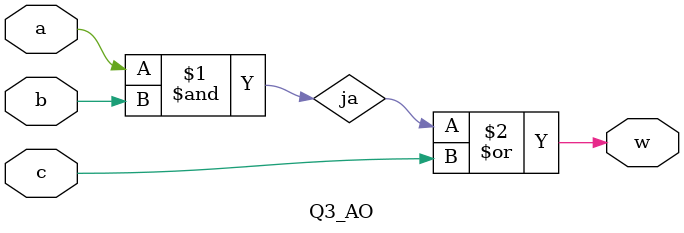
<source format=v>
module Q3_AO(input a,b,c, output w);//worst case delay (20,18)
  wire ja;
  and #(10,8) (ja,a,b);
  or #(10,10) (w,ja,c);
endmodule
</source>
